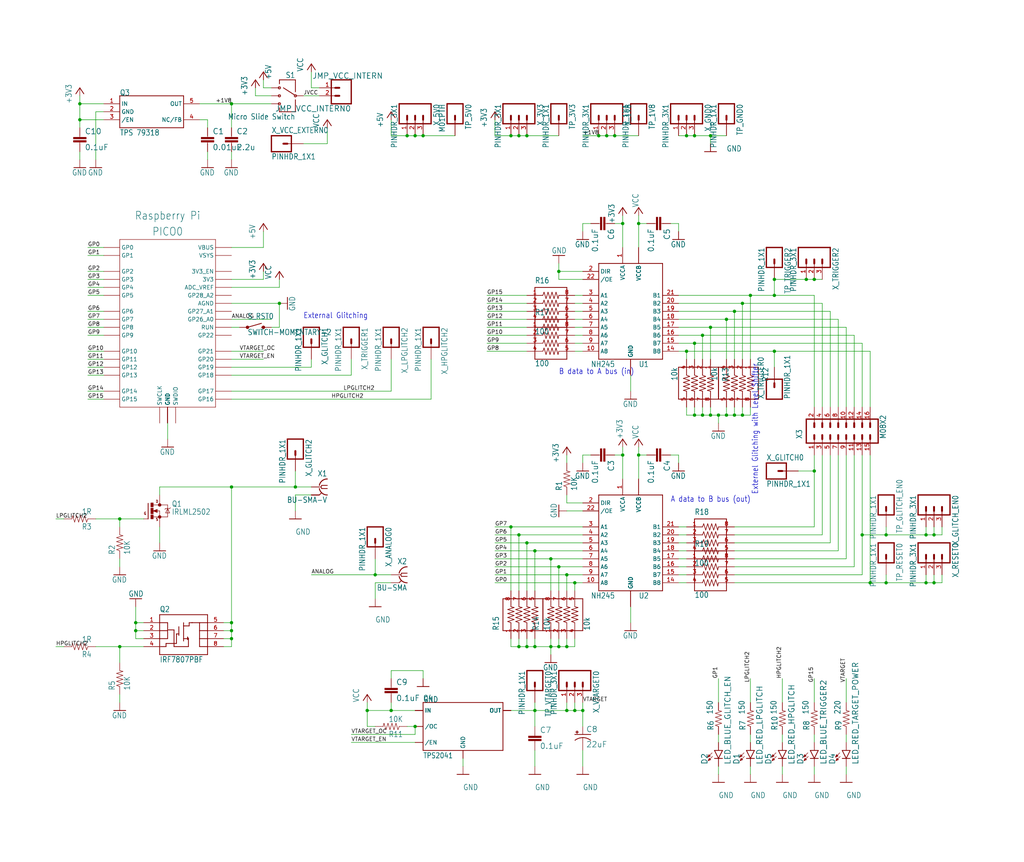
<source format=kicad_sch>
(kicad_sch (version 20231120) (generator "eeschema") (generator_version "8.0")
  (paper "User" 325.831 274.218)
  (junction (at 38.1 165.1))
  (junction (at 246.38 93.98))
  (junction (at 226.06 43.18))
  (junction (at 297.18 185.42))
  (junction (at 236.22 96.52))
  (junction (at 170.18 205.74))
  (junction (at 223.52 132.08))
  (junction (at 223.52 106.68))
  (junction (at 220.98 132.08))
  (junction (at 182.88 226.06))
  (junction (at 233.68 132.08))
  (junction (at 165.1 170.18))
  (junction (at 274.32 170.18))
  (junction (at 177.8 180.34))
  (junction (at 220.98 109.22))
  (junction (at 195.58 43.18))
  (junction (at 167.64 172.72))
  (junction (at 88.9 96.52))
  (junction (at 233.68 99.06))
  (junction (at 238.76 93.98))
  (junction (at 198.12 144.78))
  (junction (at 25.4 38.1))
  (junction (at 246.38 111.76))
  (junction (at 220.98 43.18))
  (junction (at 246.38 88.9))
  (junction (at 182.88 185.42))
  (junction (at 297.18 170.18))
  (junction (at 294.64 185.42))
  (junction (at 231.14 101.6))
  (junction (at 231.14 132.08))
  (junction (at 43.18 200.66))
  (junction (at 203.2 71.12))
  (junction (at 203.2 144.78))
  (junction (at 134.62 43.18))
  (junction (at 165.1 43.18))
  (junction (at 43.18 198.12))
  (junction (at 226.06 104.14))
  (junction (at 124.46 226.06))
  (junction (at 73.66 203.2))
  (junction (at 185.42 226.06))
  (junction (at 190.5 43.18))
  (junction (at 180.34 205.74))
  (junction (at 294.64 170.18))
  (junction (at 256.54 88.9))
  (junction (at 276.86 185.42))
  (junction (at 132.08 231.14))
  (junction (at 170.18 226.06))
  (junction (at 259.08 88.9))
  (junction (at 198.12 71.12))
  (junction (at 162.56 167.64))
  (junction (at 73.66 200.66))
  (junction (at 281.94 170.18))
  (junction (at 73.66 198.12))
  (junction (at 177.8 205.74))
  (junction (at 218.44 111.76))
  (junction (at 236.22 132.08))
  (junction (at 180.34 226.06))
  (junction (at 119.38 182.88))
  (junction (at 175.26 205.74))
  (junction (at 25.4 33.02))
  (junction (at 38.1 205.74))
  (junction (at 73.66 154.94))
  (junction (at 175.26 177.8))
  (junction (at 281.94 185.42))
  (junction (at 193.04 43.18))
  (junction (at 132.08 43.18))
  (junction (at 165.1 205.74))
  (junction (at 167.64 43.18))
  (junction (at 93.98 154.94))
  (junction (at 218.44 43.18))
  (junction (at 116.84 226.06))
  (junction (at 167.64 205.74))
  (junction (at 259.08 149.86))
  (junction (at 162.56 43.18))
  (junction (at 73.66 33.02))
  (junction (at 180.34 182.88))
  (junction (at 170.18 175.26))
  (junction (at 129.54 43.18))
  (junction (at 228.6 132.08))
  (junction (at 177.8 86.36))
  (junction (at 226.06 132.08))
  (wire (pts (xy 215.9 104.14) (xy 226.06 104.14)) (stroke (width 0.1524)))
  (wire (pts (xy 175.26 205.74) (xy 175.26 208.28)) (stroke (width 0.1524)))
  (wire (pts (xy 264.16 129.54) (xy 264.16 99.06)) (stroke (width 0.1524)))
  (wire (pts (xy 215.9 180.34) (xy 218.44 180.34)) (stroke (width 0.1524)))
  (wire (pts (xy 223.52 114.3) (xy 223.52 106.68)) (stroke (width 0.1524)))
  (wire (pts (xy 129.54 43.18) (xy 124.46 43.18)) (stroke (width 0.1524)))
  (wire (pts (xy 33.02 81.28) (xy 27.94 81.28)) (stroke (width 0.1524)))
  (wire (pts (xy 33.02 93.98) (xy 27.94 93.98)) (stroke (width 0.1524)))
  (wire (pts (xy 203.2 142.24) (xy 203.2 144.78)) (stroke (width 0.1524)))
  (wire (pts (xy 124.46 215.9) (xy 124.46 213.36)) (stroke (width 0.1524)))
  (wire (pts (xy 185.42 88.9) (xy 177.8 88.9)) (stroke (width 0.1524)))
  (wire (pts (xy 195.58 144.78) (xy 198.12 144.78)) (stroke (width 0.1524)))
  (wire (pts (xy 132.08 236.22) (xy 111.76 236.22)) (stroke (width 0.1524)))
  (wire (pts (xy 281.94 170.18) (xy 274.32 170.18)) (stroke (width 0.1524)))
  (wire (pts (xy 99.06 116.84) (xy 99.06 114.3)) (stroke (width 0.1524)))
  (wire (pts (xy 124.46 124.46) (xy 124.46 114.3)) (stroke (width 0.1524)))
  (wire (pts (xy 73.66 127) (xy 137.16 127)) (stroke (width 0.1524)))
  (wire (pts (xy 246.38 88.9) (xy 246.38 93.98)) (stroke (width 0.1524)))
  (wire (pts (xy 180.34 226.06) (xy 182.88 226.06)) (stroke (width 0.1524)))
  (wire (pts (xy 73.66 101.6) (xy 86.36 101.6)) (stroke (width 0.1524)))
  (wire (pts (xy 246.38 111.76) (xy 276.86 111.76)) (stroke (width 0.1524)))
  (wire (pts (xy 86.36 27.94) (xy 83.82 27.94)) (stroke (width 0.1524)))
  (wire (pts (xy 73.66 33.02) (xy 86.36 33.02)) (stroke (width 0.1524)))
  (wire (pts (xy 259.08 88.9) (xy 256.54 88.9)) (stroke (width 0.1524)))
  (wire (pts (xy 167.64 96.52) (xy 154.94 96.52)) (stroke (width 0.1524)))
  (wire (pts (xy 215.9 111.76) (xy 218.44 111.76)) (stroke (width 0.1524)))
  (wire (pts (xy 182.88 109.22) (xy 185.42 109.22)) (stroke (width 0.1524)))
  (wire (pts (xy 266.7 175.26) (xy 266.7 144.78)) (stroke (width 0.1524)))
  (wire (pts (xy 259.08 149.86) (xy 259.08 167.64)) (stroke (width 0.1524)))
  (wire (pts (xy 259.08 246.38) (xy 259.08 243.84)) (stroke (width 0.1524)))
  (wire (pts (xy 177.8 180.34) (xy 157.48 180.34)) (stroke (width 0.1524)))
  (wire (pts (xy 38.1 210.82) (xy 38.1 205.74)) (stroke (width 0.1524)))
  (wire (pts (xy 180.34 182.88) (xy 157.48 182.88)) (stroke (width 0.1524)))
  (wire (pts (xy 182.88 187.96) (xy 182.88 185.42)) (stroke (width 0.1524)))
  (wire (pts (xy 281.94 185.42) (xy 281.94 182.88)) (stroke (width 0.1524)))
  (wire (pts (xy 228.6 246.38) (xy 228.6 243.84)) (stroke (width 0.1524)))
  (wire (pts (xy 162.56 43.18) (xy 157.48 43.18)) (stroke (width 0.1524)))
  (wire (pts (xy 271.78 106.68) (xy 223.52 106.68)) (stroke (width 0.1524)))
  (wire (pts (xy 33.02 35.56) (xy 30.48 35.56)) (stroke (width 0.1524)))
  (wire (pts (xy 162.56 187.96) (xy 162.56 167.64)) (stroke (width 0.1524)))
  (wire (pts (xy 215.9 185.42) (xy 218.44 185.42)) (stroke (width 0.1524)))
  (wire (pts (xy 167.64 43.18) (xy 165.1 43.18)) (stroke (width 0.1524)))
  (wire (pts (xy 124.46 38.1) (xy 124.46 43.18)) (stroke (width 0.1524)))
  (wire (pts (xy 185.42 223.52) (xy 185.42 226.06)) (stroke (width 0.1524)))
  (wire (pts (xy 167.64 172.72) (xy 157.48 172.72)) (stroke (width 0.1524)))
  (wire (pts (xy 170.18 205.74) (xy 175.26 205.74)) (stroke (width 0.1524)))
  (wire (pts (xy 170.18 226.06) (xy 170.18 223.52)) (stroke (width 0.1524)))
  (wire (pts (xy 223.52 132.08) (xy 226.06 132.08)) (stroke (width 0.1524)))
  (wire (pts (xy 185.42 162.56) (xy 180.34 162.56)) (stroke (width 0.1524)))
  (wire (pts (xy 119.38 185.42) (xy 119.38 190.5)) (stroke (width 0.1524)))
  (wire (pts (xy 233.68 132.08) (xy 236.22 132.08)) (stroke (width 0.1524)))
  (wire (pts (xy 180.34 187.96) (xy 180.34 182.88)) (stroke (width 0.1524)))
  (wire (pts (xy 182.88 223.52) (xy 182.88 226.06)) (stroke (width 0.1524)))
  (wire (pts (xy 233.68 180.34) (xy 271.78 180.34)) (stroke (width 0.1524)))
  (wire (pts (xy 259.08 129.54) (xy 259.08 93.98)) (stroke (width 0.1524)))
  (wire (pts (xy 193.04 43.18) (xy 190.5 43.18)) (stroke (width 0.1524)))
  (wire (pts (xy 167.64 101.6) (xy 154.94 101.6)) (stroke (width 0.1524)))
  (wire (pts (xy 205.74 71.12) (xy 203.2 71.12)) (stroke (width 0.1524)))
  (wire (pts (xy 73.66 88.9) (xy 83.82 88.9)) (stroke (width 0.1524)))
  (wire (pts (xy 147.32 243.84) (xy 147.32 241.3)) (stroke (width 0.1524)))
  (wire (pts (xy 38.1 167.64) (xy 38.1 165.1)) (stroke (width 0.1524)))
  (wire (pts (xy 195.58 71.12) (xy 198.12 71.12)) (stroke (width 0.1524)))
  (wire (pts (xy 38.1 205.74) (xy 30.48 205.74)) (stroke (width 0.1524)))
  (wire (pts (xy 215.9 101.6) (xy 231.14 101.6)) (stroke (width 0.1524)))
  (wire (pts (xy 276.86 185.42) (xy 276.86 144.78)) (stroke (width 0.1524)))
  (wire (pts (xy 297.18 182.88) (xy 297.18 185.42)) (stroke (width 0.1524)))
  (wire (pts (xy 215.9 177.8) (xy 218.44 177.8)) (stroke (width 0.1524)))
  (wire (pts (xy 129.54 231.14) (xy 132.08 231.14)) (stroke (width 0.1524)))
  (wire (pts (xy 182.88 93.98) (xy 185.42 93.98)) (stroke (width 0.1524)))
  (wire (pts (xy 299.72 170.18) (xy 297.18 170.18)) (stroke (width 0.1524)))
  (wire (pts (xy 116.84 226.06) (xy 116.84 223.52)) (stroke (width 0.1524)))
  (wire (pts (xy 182.88 226.06) (xy 185.42 226.06)) (stroke (width 0.1524)))
  (wire (pts (xy 182.88 99.06) (xy 185.42 99.06)) (stroke (width 0.1524)))
  (wire (pts (xy 185.42 160.02) (xy 180.34 160.02)) (stroke (width 0.1524)))
  (wire (pts (xy 195.58 43.18) (xy 193.04 43.18)) (stroke (width 0.1524)))
  (wire (pts (xy 215.9 106.68) (xy 223.52 106.68)) (stroke (width 0.1524)))
  (wire (pts (xy 175.26 177.8) (xy 185.42 177.8)) (stroke (width 0.1524)))
  (wire (pts (xy 81.28 30.48) (xy 81.28 27.94)) (stroke (width 0.1524)))
  (wire (pts (xy 124.46 185.42) (xy 119.38 185.42)) (stroke (width 0.1524)))
  (wire (pts (xy 215.9 170.18) (xy 218.44 170.18)) (stroke (width 0.1524)))
  (wire (pts (xy 134.62 43.18) (xy 132.08 43.18)) (stroke (width 0.1524)))
  (wire (pts (xy 269.24 129.54) (xy 269.24 104.14)) (stroke (width 0.1524)))
  (wire (pts (xy 276.86 111.76) (xy 276.86 129.54)) (stroke (width 0.1524)))
  (wire (pts (xy 71.12 200.66) (xy 73.66 200.66)) (stroke (width 0.1524)))
  (wire (pts (xy 86.36 30.48) (xy 81.28 30.48)) (stroke (width 0.1524)))
  (wire (pts (xy 124.46 223.52) (xy 124.46 226.06)) (stroke (width 0.1524)))
  (wire (pts (xy 167.64 93.98) (xy 154.94 93.98)) (stroke (width 0.1524)))
  (wire (pts (xy 182.88 96.52) (xy 185.42 96.52)) (stroke (width 0.1524)))
  (wire (pts (xy 38.1 223.52) (xy 38.1 220.98)) (stroke (width 0.1524)))
  (wire (pts (xy 88.9 104.14) (xy 88.9 96.52)) (stroke (width 0.1524)))
  (wire (pts (xy 231.14 132.08) (xy 233.68 132.08)) (stroke (width 0.1524)))
  (wire (pts (xy 73.66 205.74) (xy 73.66 203.2)) (stroke (width 0.1524)))
  (wire (pts (xy 218.44 114.3) (xy 218.44 111.76)) (stroke (width 0.1524)))
  (wire (pts (xy 203.2 43.18) (xy 195.58 43.18)) (stroke (width 0.1524)))
  (wire (pts (xy 269.24 236.22) (xy 269.24 233.68)) (stroke (width 0.1524)))
  (wire (pts (xy 167.64 106.68) (xy 154.94 106.68)) (stroke (width 0.1524)))
  (wire (pts (xy 73.66 78.74) (xy 83.82 78.74)) (stroke (width 0.1524)))
  (wire (pts (xy 220.98 132.08) (xy 223.52 132.08)) (stroke (width 0.1524)))
  (wire (pts (xy 25.4 48.26) (xy 25.4 50.8)) (stroke (width 0.1524)))
  (wire (pts (xy 236.22 132.08) (xy 238.76 132.08)) (stroke (width 0.1524)))
  (wire (pts (xy 180.34 182.88) (xy 185.42 182.88)) (stroke (width 0.1524)))
  (wire (pts (xy 167.64 203.2) (xy 167.64 205.74)) (stroke (width 0.1524)))
  (wire (pts (xy 50.8 157.48) (xy 50.8 154.94)) (stroke (width 0.1524)))
  (wire (pts (xy 233.68 185.42) (xy 276.86 185.42)) (stroke (width 0.1524)))
  (wire (pts (xy 223.52 129.54) (xy 223.52 132.08)) (stroke (width 0.1524)))
  (wire (pts (xy 264.16 172.72) (xy 264.16 144.78)) (stroke (width 0.1524)))
  (wire (pts (xy 226.06 43.18) (xy 226.06 45.72)) (stroke (width 0.1524)))
  (wire (pts (xy 274.32 129.54) (xy 274.32 109.22)) (stroke (width 0.1524)))
  (wire (pts (xy 266.7 101.6) (xy 231.14 101.6)) (stroke (width 0.1524)))
  (wire (pts (xy 177.8 88.9) (xy 177.8 86.36)) (stroke (width 0.1524)))
  (wire (pts (xy 165.1 203.2) (xy 165.1 205.74)) (stroke (width 0.1524)))
  (wire (pts (xy 167.64 43.18) (xy 177.8 43.18)) (stroke (width 0.1524)))
  (wire (pts (xy 73.66 91.44) (xy 88.9 91.44)) (stroke (width 0.1524)))
  (wire (pts (xy 233.68 177.8) (xy 269.24 177.8)) (stroke (width 0.1524)))
  (wire (pts (xy 182.88 101.6) (xy 185.42 101.6)) (stroke (width 0.1524)))
  (wire (pts (xy 218.44 43.18) (xy 220.98 43.18)) (stroke (width 0.1524)))
  (wire (pts (xy 231.14 114.3) (xy 231.14 101.6)) (stroke (width 0.1524)))
  (wire (pts (xy 233.68 175.26) (xy 266.7 175.26)) (stroke (width 0.1524)))
  (wire (pts (xy 30.48 165.1) (xy 38.1 165.1)) (stroke (width 0.1524)))
  (wire (pts (xy 238.76 93.98) (xy 246.38 93.98)) (stroke (width 0.1524)))
  (wire (pts (xy 165.1 205.74) (xy 167.64 205.74)) (stroke (width 0.1524)))
  (wire (pts (xy 170.18 203.2) (xy 170.18 205.74)) (stroke (width 0.1524)))
  (wire (pts (xy 185.42 238.76) (xy 185.42 243.84)) (stroke (width 0.1524)))
  (wire (pts (xy 261.62 96.52) (xy 236.22 96.52)) (stroke (width 0.1524)))
  (wire (pts (xy 203.2 68.58) (xy 203.2 71.12)) (stroke (width 0.1524)))
  (wire (pts (xy 33.02 106.68) (xy 27.94 106.68)) (stroke (width 0.1524)))
  (wire (pts (xy 299.72 182.88) (xy 299.72 185.42)) (stroke (width 0.1524)))
  (wire (pts (xy 233.68 182.88) (xy 274.32 182.88)) (stroke (width 0.1524)))
  (wire (pts (xy 218.44 129.54) (xy 218.44 132.08)) (stroke (width 0.1524)))
  (wire (pts (xy 297.18 167.64) (xy 297.18 170.18)) (stroke (width 0.1524)))
  (wire (pts (xy 248.92 236.22) (xy 248.92 233.68)) (stroke (width 0.1524)))
  (wire (pts (xy 259.08 144.78) (xy 259.08 149.86)) (stroke (width 0.1524)))
  (wire (pts (xy 165.1 43.18) (xy 162.56 43.18)) (stroke (width 0.1524)))
  (wire (pts (xy 71.12 205.74) (xy 73.66 205.74)) (stroke (width 0.1524)))
  (wire (pts (xy 200.66 193.04) (xy 200.66 198.12)) (stroke (width 0.1524)))
  (wire (pts (xy 33.02 119.38) (xy 27.94 119.38)) (stroke (width 0.1524)))
  (wire (pts (xy 170.18 175.26) (xy 185.42 175.26)) (stroke (width 0.1524)))
  (wire (pts (xy 180.34 144.78) (xy 180.34 147.32)) (stroke (width 0.1524)))
  (wire (pts (xy 271.78 129.54) (xy 271.78 106.68)) (stroke (width 0.1524)))
  (wire (pts (xy 203.2 144.78) (xy 203.2 152.4)) (stroke (width 0.1524)))
  (wire (pts (xy 73.66 114.3) (xy 83.82 114.3)) (stroke (width 0.1524)))
  (wire (pts (xy 66.04 48.26) (xy 66.04 50.8)) (stroke (width 0.1524)))
  (wire (pts (xy 198.12 144.78) (xy 198.12 152.4)) (stroke (width 0.1524)))
  (wire (pts (xy 220.98 43.18) (xy 226.06 43.18)) (stroke (width 0.1524)))
  (wire (pts (xy 144.78 43.18) (xy 134.62 43.18)) (stroke (width 0.1524)))
  (wire (pts (xy 93.98 154.94) (xy 99.06 154.94)) (stroke (width 0.1524)))
  (wire (pts (xy 71.12 203.2) (xy 73.66 203.2)) (stroke (width 0.1524)))
  (wire (pts (xy 170.18 238.76) (xy 170.18 243.84)) (stroke (width 0.1524)))
  (wire (pts (xy 175.26 205.74) (xy 177.8 205.74)) (stroke (width 0.1524)))
  (wire (pts (xy 45.72 198.12) (xy 43.18 198.12)) (stroke (width 0.1524)))
  (wire (pts (xy 73.66 48.26) (xy 73.66 50.8)) (stroke (width 0.1524)))
  (wire (pts (xy 45.72 203.2) (xy 43.18 203.2)) (stroke (width 0.1524)))
  (wire (pts (xy 228.6 223.52) (xy 228.6 215.9)) (stroke (width 0.1524)))
  (wire (pts (xy 294.64 167.64) (xy 294.64 170.18)) (stroke (width 0.1524)))
  (wire (pts (xy 177.8 203.2) (xy 177.8 205.74)) (stroke (width 0.1524)))
  (wire (pts (xy 33.02 99.06) (xy 27.94 99.06)) (stroke (width 0.1524)))
  (wire (pts (xy 132.08 226.06) (xy 124.46 226.06)) (stroke (width 0.1524)))
  (wire (pts (xy 33.02 86.36) (xy 27.94 86.36)) (stroke (width 0.1524)))
  (wire (pts (xy 238.76 246.38) (xy 238.76 243.84)) (stroke (width 0.1524)))
  (wire (pts (xy 33.02 91.44) (xy 27.94 91.44)) (stroke (width 0.1524)))
  (wire (pts (xy 259.08 93.98) (xy 246.38 93.98)) (stroke (width 0.1524)))
  (wire (pts (xy 256.54 88.9) (xy 246.38 88.9)) (stroke (width 0.1524)))
  (wire (pts (xy 261.62 170.18) (xy 261.62 144.78)) (stroke (width 0.1524)))
  (wire (pts (xy 231.14 43.18) (xy 226.06 43.18)) (stroke (width 0.1524)))
  (wire (pts (xy 271.78 180.34) (xy 271.78 144.78)) (stroke (width 0.1524)))
  (wire (pts (xy 170.18 231.14) (xy 170.18 226.06)) (stroke (width 0.1524)))
  (wire (pts (xy 175.26 177.8) (xy 157.48 177.8)) (stroke (width 0.1524)))
  (wire (pts (xy 73.66 154.94) (xy 93.98 154.94)) (stroke (width 0.1524)))
  (wire (pts (xy 33.02 78.74) (xy 27.94 78.74)) (stroke (width 0.1524)))
  (wire (pts (xy 165.1 187.96) (xy 165.1 170.18)) (stroke (width 0.1524)))
  (wire (pts (xy 30.48 35.56) (xy 30.48 50.8)) (stroke (width 0.1524)))
  (wire (pts (xy 71.12 198.12) (xy 73.66 198.12)) (stroke (width 0.1524)))
  (wire (pts (xy 165.1 170.18) (xy 185.42 170.18)) (stroke (width 0.1524)))
  (wire (pts (xy 215.9 182.88) (xy 218.44 182.88)) (stroke (width 0.1524)))
  (wire (pts (xy 167.64 104.14) (xy 154.94 104.14)) (stroke (width 0.1524)))
  (wire (pts (xy 119.38 177.8) (xy 119.38 182.88)) (stroke (width 0.1524)))
  (wire (pts (xy 162.56 167.64) (xy 157.48 167.64)) (stroke (width 0.1524)))
  (wire (pts (xy 233.68 114.3) (xy 233.68 99.06)) (stroke (width 0.1524)))
  (wire (pts (xy 220.98 129.54) (xy 220.98 132.08)) (stroke (width 0.1524)))
  (wire (pts (xy 259.08 236.22) (xy 259.08 233.68)) (stroke (width 0.1524)))
  (wire (pts (xy 38.1 177.8) (xy 38.1 180.34)) (stroke (width 0.1524)))
  (wire (pts (xy 73.66 116.84) (xy 99.06 116.84)) (stroke (width 0.1524)))
  (wire (pts (xy 124.46 226.06) (xy 116.84 226.06)) (stroke (width 0.1524)))
  (wire (pts (xy 182.88 106.68) (xy 185.42 106.68)) (stroke (width 0.1524)))
  (wire (pts (xy 66.04 38.1) (xy 63.5 38.1)) (stroke (width 0.1524)))
  (wire (pts (xy 43.18 203.2) (xy 43.18 200.66)) (stroke (width 0.1524)))
  (wire (pts (xy 238.76 223.52) (xy 238.76 215.9)) (stroke (width 0.1524)))
  (wire (pts (xy 180.34 223.52) (xy 180.34 226.06)) (stroke (width 0.1524)))
  (wire (pts (xy 45.72 200.66) (xy 43.18 200.66)) (stroke (width 0.1524)))
  (wire (pts (xy 281.94 167.64) (xy 281.94 170.18)) (stroke (width 0.1524)))
  (wire (pts (xy 185.42 147.32) (xy 185.42 144.78)) (stroke (width 0.1524)))
  (wire (pts (xy 215.9 172.72) (xy 218.44 172.72)) (stroke (width 0.1524)))
  (wire (pts (xy 185.42 226.06) (xy 185.42 231.14)) (stroke (width 0.1524)))
  (wire (pts (xy 248.92 246.38) (xy 248.92 243.84)) (stroke (width 0.1524)))
  (wire (pts (xy 185.42 86.36) (xy 177.8 86.36)) (stroke (width 0.1524)))
  (wire (pts (xy 269.24 177.8) (xy 269.24 144.78)) (stroke (width 0.1524)))
  (wire (pts (xy 228.6 132.08) (xy 231.14 132.08)) (stroke (width 0.1524)))
  (wire (pts (xy 96.52 45.72) (xy 104.14 45.72)) (stroke (width 0.1524)))
  (wire (pts (xy 116.84 231.14) (xy 116.84 226.06)) (stroke (width 0.1524)))
  (wire (pts (xy 93.98 149.86) (xy 93.98 154.94)) (stroke (width 0.1524)))
  (wire (pts (xy 119.38 182.88) (xy 124.46 182.88)) (stroke (width 0.1524)))
  (wire (pts (xy 165.1 170.18) (xy 157.48 170.18)) (stroke (width 0.1524)))
  (wire (pts (xy 134.62 213.36) (xy 134.62 215.9)) (stroke (width 0.1524)))
  (wire (pts (xy 137.16 127) (xy 137.16 114.3)) (stroke (width 0.1524)))
  (wire (pts (xy 254 149.86) (xy 259.08 149.86)) (stroke (width 0.1524)))
  (wire (pts (xy 167.64 205.74) (xy 170.18 205.74)) (stroke (width 0.1524)))
  (wire (pts (xy 33.02 38.1) (xy 25.4 38.1)) (stroke (width 0.1524)))
  (wire (pts (xy 73.66 119.38) (xy 111.76 119.38)) (stroke (width 0.1524)))
  (wire (pts (xy 215.9 93.98) (xy 238.76 93.98)) (stroke (width 0.1524)))
  (wire (pts (xy 233.68 167.64) (xy 259.08 167.64)) (stroke (width 0.1524)))
  (wire (pts (xy 170.18 175.26) (xy 157.48 175.26)) (stroke (width 0.1524)))
  (wire (pts (xy 63.5 33.02) (xy 73.66 33.02)) (stroke (width 0.1524)))
  (wire (pts (xy 182.88 205.74) (xy 182.88 203.2)) (stroke (width 0.1524)))
  (wire (pts (xy 190.5 43.18) (xy 185.42 43.18)) (stroke (width 0.1524)))
  (wire (pts (xy 215.9 99.06) (xy 233.68 99.06)) (stroke (width 0.1524)))
  (wire (pts (xy 269.24 104.14) (xy 226.06 104.14)) (stroke (width 0.1524)))
  (wire (pts (xy 86.36 104.14) (xy 88.9 104.14)) (stroke (width 0.1524)))
  (wire (pts (xy 177.8 180.34) (xy 185.42 180.34)) (stroke (width 0.1524)))
  (wire (pts (xy 294.64 185.42) (xy 281.94 185.42)) (stroke (width 0.1524)))
  (wire (pts (xy 33.02 88.9) (xy 27.94 88.9)) (stroke (width 0.1524)))
  (wire (pts (xy 33.02 104.14) (xy 27.94 104.14)) (stroke (width 0.1524)))
  (wire (pts (xy 66.04 40.64) (xy 66.04 38.1)) (stroke (width 0.1524)))
  (wire (pts (xy 167.64 172.72) (xy 185.42 172.72)) (stroke (width 0.1524)))
  (wire (pts (xy 220.98 114.3) (xy 220.98 109.22)) (stroke (width 0.1524)))
  (wire (pts (xy 274.32 109.22) (xy 220.98 109.22)) (stroke (width 0.1524)))
  (wire (pts (xy 203.2 71.12) (xy 203.2 78.74)) (stroke (width 0.1524)))
  (wire (pts (xy 73.66 203.2) (xy 73.66 200.66)) (stroke (width 0.1524)))
  (wire (pts (xy 99.06 182.88) (xy 119.38 182.88)) (stroke (width 0.1524)))
  (wire (pts (xy 167.64 187.96) (xy 167.64 172.72)) (stroke (width 0.1524)))
  (wire (pts (xy 170.18 187.96) (xy 170.18 175.26)) (stroke (width 0.1524)))
  (wire (pts (xy 261.62 129.54) (xy 261.62 96.52)) (stroke (width 0.1524)))
  (wire (pts (xy 111.76 119.38) (xy 111.76 114.3)) (stroke (width 0.1524)))
  (wire (pts (xy 25.4 38.1) (xy 25.4 33.02)) (stroke (width 0.1524)))
  (wire (pts (xy 215.9 144.78) (xy 215.9 147.32)) (stroke (width 0.1524)))
  (wire (pts (xy 233.68 172.72) (xy 264.16 172.72)) (stroke (width 0.1524)))
  (wire (pts (xy 215.9 96.52) (xy 236.22 96.52)) (stroke (width 0.1524)))
  (wire (pts (xy 180.34 203.2) (xy 180.34 205.74)) (stroke (width 0.1524)))
  (wire (pts (xy 73.66 96.52) (xy 88.9 96.52)) (stroke (width 0.1524)))
  (wire (pts (xy 33.02 101.6) (xy 27.94 101.6)) (stroke (width 0.1524)))
  (wire (pts (xy 218.44 111.76) (xy 246.38 111.76)) (stroke (width 0.1524)))
  (wire (pts (xy 238.76 93.98) (xy 238.76 114.3)) (stroke (width 0.1524)))
  (wire (pts (xy 213.36 144.78) (xy 215.9 144.78)) (stroke (width 0.1524)))
  (wire (pts (xy 124.46 213.36) (xy 134.62 213.36)) (stroke (width 0.1524)))
  (wire (pts (xy 226.06 132.08) (xy 228.6 132.08)) (stroke (width 0.1524)))
  (wire (pts (xy 83.82 88.9) (xy 83.82 86.36)) (stroke (width 0.1524)))
  (wire (pts (xy 180.34 205.74) (xy 182.88 205.74)) (stroke (width 0.1524)))
  (wire (pts (xy 231.14 129.54) (xy 231.14 132.08)) (stroke (width 0.1524)))
  (wire (pts (xy 276.86 185.42) (xy 281.94 185.42)) (stroke (width 0.1524)))
  (wire (pts (xy 269.24 243.84) (xy 269.24 246.38)) (stroke (width 0.1524)))
  (wire (pts (xy 233.68 129.54) (xy 233.68 132.08)) (stroke (width 0.1524)))
  (wire (pts (xy 294.64 170.18) (xy 281.94 170.18)) (stroke (width 0.1524)))
  (wire (pts (xy 215.9 175.26) (xy 218.44 175.26)) (stroke (width 0.1524)))
  (wire (pts (xy 294.64 182.88) (xy 294.64 185.42)) (stroke (width 0.1524)))
  (wire (pts (xy 73.66 124.46) (xy 124.46 124.46)) (stroke (width 0.1524)))
  (wire (pts (xy 228.6 236.22) (xy 228.6 233.68)) (stroke (width 0.1524)))
  (wire (pts (xy 132.08 43.18) (xy 129.54 43.18)) (stroke (width 0.1524)))
  (wire (pts (xy 177.8 205.74) (xy 180.34 205.74)) (stroke (width 0.1524)))
  (wire (pts (xy 157.48 43.18) (xy 157.48 38.1)) (stroke (width 0.1524)))
  (wire (pts (xy 38.1 165.1) (xy 45.72 165.1)) (stroke (width 0.1524)))
  (wire (pts (xy 162.56 167.64) (xy 185.42 167.64)) (stroke (width 0.1524)))
  (wire (pts (xy 167.64 111.76) (xy 154.94 111.76)) (stroke (width 0.1524)))
  (wire (pts (xy 185.42 71.12) (xy 187.96 71.12)) (stroke (width 0.1524)))
  (wire (pts (xy 50.8 154.94) (xy 73.66 154.94)) (stroke (width 0.1524)))
  (wire (pts (xy 246.38 116.84) (xy 246.38 111.76)) (stroke (width 0.1524)))
  (wire (pts (xy 238.76 236.22) (xy 238.76 233.68)) (stroke (width 0.1524)))
  (wire (pts (xy 83.82 27.94) (xy 83.82 25.4)) (stroke (width 0.1524)))
  (wire (pts (xy 218.44 132.08) (xy 220.98 132.08)) (stroke (width 0.1524)))
  (wire (pts (xy 215.9 109.22) (xy 220.98 109.22)) (stroke (width 0.1524)))
  (wire (pts (xy 50.8 167.64) (xy 50.8 172.72)) (stroke (width 0.1524)))
  (wire (pts (xy 101.6 27.94) (xy 99.06 27.94)) (stroke (width 0.1524)))
  (wire (pts (xy 33.02 33.02) (xy 25.4 33.02)) (stroke (width 0.1524)))
  (wire (pts (xy 200.66 119.38) (xy 200.66 124.46)) (stroke (width 0.1524)))
  (wire (pts (xy 33.02 127) (xy 27.94 127)) (stroke (width 0.1524)))
  (wire (pts (xy 205.74 144.78) (xy 203.2 144.78)) (stroke (width 0.1524)))
  (wire (pts (xy 215.9 43.18) (xy 218.44 43.18)) (stroke (width 0.1524)))
  (wire (pts (xy 167.64 109.22) (xy 154.94 109.22)) (stroke (width 0.1524)))
  (wire (pts (xy 162.56 226.06) (xy 170.18 226.06)) (stroke (width 0.1524)))
  (wire (pts (xy 264.16 99.06) (xy 233.68 99.06)) (stroke (width 0.1524)))
  (wire (pts (xy 73.66 104.14) (xy 76.2 104.14)) (stroke (width 0.1524)))
  (wire (pts (xy 182.88 185.42) (xy 157.48 185.42)) (stroke (width 0.1524)))
  (wire (pts (xy 101.6 30.48) (xy 96.52 30.48)) (stroke (width 0.1524)))
  (wire (pts (xy 33.02 111.76) (xy 27.94 111.76)) (stroke (width 0.1524)))
  (wire (pts (xy 20.32 205.74) (xy 17.78 205.74)) (stroke (width 0.1524)))
  (wire (pts (xy 238.76 132.08) (xy 238.76 129.54)) (stroke (width 0.1524)))
  (wire (pts (xy 274.32 182.88) (xy 274.32 170.18)) (stroke (width 0.1524)))
  (wire (pts (xy 198.12 144.78) (xy 198.12 142.24)) (stroke (width 0.1524)))
  (wire (pts (xy 182.88 104.14) (xy 185.42 104.14)) (stroke (width 0.1524)))
  (wire (pts (xy 182.88 185.42) (xy 185.42 185.42)) (stroke (width 0.1524)))
  (wire (pts (xy 99.06 27.94) (xy 99.06 22.86)) (stroke (width 0.1524)))
  (wire (pts (xy 180.34 160.02) (xy 180.34 157.48)) (stroke (width 0.1524)))
  (wire (pts (xy 99.06 157.48) (xy 93.98 157.48)) (stroke (width 0.1524)))
  (wire (pts (xy 236.22 114.3) (xy 236.22 96.52)) (stroke (width 0.1524)))
  (wire (pts (xy 73.66 111.76) (xy 83.82 111.76)) (stroke (width 0.1524)))
  (wire (pts (xy 53.34 139.7) (xy 53.34 134.62)) (stroke (width 0.1524)))
  (wire (pts (xy 132.08 233.68) (xy 111.76 233.68)) (stroke (width 0.1524)))
  (wire (pts (xy 177.8 187.96) (xy 177.8 180.34)) (stroke (width 0.1524)))
  (wire (pts (xy 185.42 144.78) (xy 187.96 144.78)) (stroke (width 0.1524)))
  (wire (pts (xy 198.12 71.12) (xy 198.12 78.74)) (stroke (width 0.1524)))
  (wire (pts (xy 261.62 88.9) (xy 259.08 88.9)) (stroke (width 0.1524)))
  (wire (pts (xy 297.18 185.42) (xy 294.64 185.42)) (stroke (width 0.1524)))
  (wire (pts (xy 226.06 114.3) (xy 226.06 104.14)) (stroke (width 0.1524)))
  (wire (pts (xy 233.68 170.18) (xy 261.62 170.18)) (stroke (width 0.1524)))
  (wire (pts (xy 269.24 223.52) (xy 269.24 215.9)) (stroke (width 0.1524)))
  (wire (pts (xy 228.6 134.62) (xy 228.6 132.08)) (stroke (width 0.1524)))
  (wire (pts (xy 73.66 198.12) (xy 73.66 154.94)) (stroke (width 0.1524)))
  (wire (pts (xy 33.02 124.46) (xy 27.94 124.46)) (stroke (width 0.1524)))
  (wire (pts (xy 198.12 71.12) (xy 198.12 68.58)) (stroke (width 0.1524)))
  (wire (pts (xy 119.38 231.14) (xy 116.84 231.14)) (stroke (width 0.1524)))
  (wire (pts (xy 177.8 86.36) (xy 177.8 83.82)) (stroke (width 0.1524)))
  (wire (pts (xy 182.88 111.76) (xy 185.42 111.76)) (stroke (width 0.1524)))
  (wire (pts (xy 185.42 73.66) (xy 185.42 71.12)) (stroke (width 0.1524)))
  (wire (pts (xy 88.9 91.44) (xy 88.9 88.9)) (stroke (width 0.1524)))
  (wire (pts (xy 299.72 185.42) (xy 297.18 185.42)) (stroke (width 0.1524)))
  (wire (pts (xy 43.18 200.66) (xy 43.18 198.12)) (stroke (width 0.1524)))
  (wire (pts (xy 213.36 71.12) (xy 215.9 71.12)) (stroke (width 0.1524)))
  (wire (pts (xy 73.66 40.64) (xy 73.66 33.02)) (stroke (width 0.1524)))
  (wire (pts (xy 226.06 129.54) (xy 226.06 132.08)) (stroke (width 0.1524)))
  (wire (pts (xy 236.22 129.54) (xy 236.22 132.08)) (stroke (width 0.1524)))
  (wire (pts (xy 73.66 200.66) (xy 73.66 198.12)) (stroke (width 0.1524)))
  (wire (pts (xy 259.08 223.52) (xy 259.08 215.9)) (stroke (width 0.1524)))
  (wire (pts (xy 175.26 187.96) (xy 175.26 177.8)) (stroke (width 0.1524)))
  (wire (pts (xy 167.64 99.06) (xy 154.94 99.06)) (stroke (width 0.1524)))
  (wire (pts (xy 297.18 170.18) (xy 294.64 170.18)) (stroke (width 0.1524)))
  (wire (pts (xy 299.72 167.64) (xy 299.72 170.18)) (stroke (width 0.1524)))
  (wire (pts (xy 266.7 129.54) (xy 266.7 101.6)) (stroke (width 0.1524)))
  (wire (pts (xy 170.18 226.06) (xy 180.34 226.06)) (stroke (width 0.1524)))
  (wire (pts (xy 274.32 170.18) (xy 274.32 144.78)) (stroke (width 0.1524)))
  (wire (pts (xy 215.9 167.64) (xy 218.44 167.64)) (stroke (width 0.1524)))
  (wire (pts (xy 132.08 231.14) (xy 132.08 233.68)) (stroke (width 0.1524)))
  (wire (pts (xy 104.14 45.72) (xy 104.14 40.64)) (stroke (width 0.1524)))
  (wire (pts (xy 20.32 165.1) (xy 17.78 165.1)) (stroke (width 0.1524)))
  (wire (pts (xy 175.26 203.2) (xy 175.26 205.74)) (stroke (width 0.1524)))
  (wire (pts (xy 45.72 205.74) (xy 38.1 205.74)) (stroke (width 0.1524)))
  (wire (pts (xy 162.56 203.2) (xy 162.56 205.74)) (stroke (width 0.1524)))
  (wire (pts (xy 215.9 71.12) (xy 215.9 73.66)) (stroke (width 0.1524)))
  (wire (pts (xy 33.02 114.3) (xy 27.94 114.3)) (stroke (width 0.1524)))
  (wire (pts (xy 83.82 78.74) (xy 83.82 73.66)) (stroke (width 0.1524)))
  (wire (pts (xy 43.18 198.12) (xy 43.18 193.04)) (stroke (width 0.1524)))
  (wire (pts (xy 248.92 223.52) (xy 248.92 215.9)) (stroke (width 0.1524)))
  (wire (pts (xy 25.4 40.64) (xy 25.4 38.1)) (stroke (width 0.1524)))
  (wire (pts (xy 162.56 205.74) (xy 165.1 205.74)) (stroke (width 0.1524)))
  (wire (pts (xy 93.98 157.48) (xy 93.98 162.56)) (stroke (width 0.1524)))
  (wire (pts (xy 25.4 33.02) (xy 25.4 30.48)) (stroke (width 0.1524)))
  (wire (pts (xy 33.02 116.84) (xy 27.94 116.84)) (stroke (width 0.1524)))
  (text "A data to B bus (out)" (at 213.36 160.02 0) (effects (font (size 1.778 1.5113)) (justify left bottom)))
  (text "External Glitching" (at 96.52 101.6 0) (effects (font (size 1.778 1.5113)) (justify left bottom)))
  (text "Externel Glitching with Level Shifter" (at 241.3 157.48 90) (effects (font (size 1.778 1.5113)) (justify left bottom)))
  (text "B data to A bus (in)" (at 177.8 119.38 0) (effects (font (size 1.778 1.5113)) (justify left bottom)))
  (label "GP13" (at 27.94 119.38 0) (effects (font (size 1.2446 1.2446))))
  (label "GP3" (at 27.94 88.9 0) (effects (font (size 1.2446 1.2446))))
  (label "+1V8" (at 185.42 43.18 0) (effects (font (size 1.2446 1.2446))))
  (label "GP9" (at 27.94 106.68 0) (effects (font (size 1.2446 1.2446))))
  (label "GP5" (at 157.48 172.72 0) (effects (font (size 1.2446 1.2446))))
  (label "VTARGET_OC" (at 111.76 233.68 0) (effects (font (size 1.2446 1.2446))))
  (label "GP0" (at 27.94 78.74 0) (effects (font (size 1.2446 1.2446))))
  (label "GP1" (at 27.94 81.28 0) (effects (font (size 1.2446 1.2446))))
  (label "LPGLITCH2" (at 109.22 124.46 0) (effects (font (size 1.2446 1.2446))))
  (label "VTARGET_OC" (at 76.2 111.76 0) (effects (font (size 1.2446 1.2446))))
  (label "VTARGET_EN" (at 111.76 236.22 0) (effects (font (size 1.2446 1.2446))))
  (label "GP1" (at 228.6 215.9 90) (effects (font (size 1.2446 1.2446))))
  (label "HPGLITCH2" (at 17.78 205.74 0) (effects (font (size 1.2446 1.2446))))
  (label "GP15" (at 259.08 217.17 90) (effects (font (size 1.2446 1.2446))))
  (label "GP4" (at 157.48 175.26 0) (effects (font (size 1.2446 1.2446))))
  (label "GP11" (at 154.94 104.14 0) (effects (font (size 1.2446 1.2446))))
  (label "VTARGET_EN" (at 76.2 114.3 0) (effects (font (size 1.2446 1.2446))))
  (label "GP7" (at 27.94 101.6 0) (effects (font (size 1.2446 1.2446))))
  (label "GP15" (at 27.94 127 0) (effects (font (size 1.2446 1.2446))))
  (label "ANALOG" (at 99.06 182.88 0) (effects (font (size 1.2446 1.2446))))
  (label "VTARGET" (at 269.24 217.17 90) (effects (font (size 1.2446 1.2446))))
  (label "GP9" (at 154.94 109.22 0) (effects (font (size 1.2446 1.2446))))
  (label "GP2" (at 157.48 180.34 0) (effects (font (size 1.2446 1.2446))))
  (label "HPGLITCH2" (at 248.92 215.9 90) (effects (font (size 1.2446 1.2446))))
  (label "GP13" (at 154.94 99.06 0) (effects (font (size 1.2446 1.2446))))
  (label "GP5" (at 27.94 93.98 0) (effects (font (size 1.2446 1.2446))))
  (label "GP2" (at 27.94 86.36 0) (effects (font (size 1.2446 1.2446))))
  (label "GP8" (at 154.94 111.76 0) (effects (font (size 1.2446 1.2446))))
  (label "JVCC" (at 96.52 30.48 0) (effects (font (size 1.2446 1.2446))))
  (label "GP12" (at 154.94 101.6 0) (effects (font (size 1.2446 1.2446))))
  (label "GP4" (at 27.94 91.44 0) (effects (font (size 1.2446 1.2446))))
  (label "+1V8" (at 68.58 33.02 0) (effects (font (size 1.2446 1.2446))))
  (label "GP10" (at 27.94 111.76 0) (effects (font (size 1.2446 1.2446))))
  (label "LPGLITCH2" (at 238.76 217.17 90) (effects (font (size 1.2446 1.2446))))
  (label "GP3" (at 157.48 177.8 0) (effects (font (size 1.2446 1.2446))))
  (label "GP7" (at 157.48 167.64 0) (effects (font (size 1.2446 1.2446))))
  (label "GP1" (at 157.48 182.88 0) (effects (font (size 1.2446 1.2446))))
  (label "GP12" (at 27.94 116.84 0) (effects (font (size 1.2446 1.2446))))
  (label "VTARGET" (at 185.42 223.52 0) (effects (font (size 1.2446 1.2446))))
  (label "GP0" (at 157.48 185.42 0) (effects (font (size 1.2446 1.2446))))
  (label "GP6" (at 27.94 99.06 0) (effects (font (size 1.2446 1.2446))))
  (label "GP15" (at 154.94 93.98 0) (effects (font (size 1.2446 1.2446))))
  (label "GP11" (at 27.94 114.3 0) (effects (font (size 1.2446 1.2446))))
  (label "GP8" (at 27.94 104.14 0) (effects (font (size 1.2446 1.2446))))
  (label "GP10" (at 154.94 106.68 0) (effects (font (size 1.2446 1.2446))))
  (label "GP14" (at 154.94 96.52 0) (effects (font (size 1.2446 1.2446))))
  (label "GP6" (at 157.48 170.18 0) (effects (font (size 1.2446 1.2446))))
  (label "LPGLITCH2" (at 17.78 165.1 0) (effects (font (size 1.2446 1.2446))))
  (label "GP14" (at 27.94 124.46 0) (effects (font (size 1.2446 1.2446))))
  (label "ANALOG" (at 73.66 101.6 0) (effects (font (size 1.2446 1.2446))))
  (label "HPGLITCH2" (at 105.41 127 0) (effects (font (size 1.2446 1.2446))))
  (symbol (lib_id "pico-glitcher-eagle-import:GND") (at 248.92 248.92 0) (unit 1)
    (property "Reference" "#GND026" (effects (hide yes)))
    (property "Value" "GND" (at 248.92 254 0) (effects (font (size 1.778 1.5113)) (justify left bottom)))
  )
  (symbol (lib_id "pico-glitcher-eagle-import:VCC") (at 99.06 20.32 0) (unit 1)
    (property "Reference" "#P+02" (effects (hide yes)))
    (property "Value" "VCC" (at 96.52 22.86 90) (effects (font (size 1.778 1.5113)) (justify left bottom)))
  )
  (symbol (lib_id "pico-glitcher-eagle-import:M01PTH") (at 281.94 160.02 270) (unit 1)
    (property "Reference" "TP_GLITCH_EN0" (at 285.242 152.4 0) (effects (font (size 1.778 1.5113)) (justify left bottom)))
    (property "Value" "PINHDR_1X1" (at 276.86 157.48 0) (effects (font (size 1.778 1.5113)) (justify left bottom)))
    (property "Footprint" "pico-glitcher:1X01" (effects (hide yes)))
  )
  (symbol (lib_id "pico-glitcher-eagle-import:M03PTH") (at 259.08 81.28 270) (unit 1)
    (property "Reference" "X_TRIGGER2" (at 264.922 78.74 0) (effects (font (size 1.778 1.5113)) (justify left bottom)))
    (property "Value" "PINHDR_3X1" (at 251.46 78.74 0) (effects (font (size 1.778 1.5113)) (justify left bottom)))
    (property "Footprint" "pico-glitcher:1X03" (effects (hide yes)))
  )
  (symbol (lib_id "pico-glitcher-eagle-import:GND") (at 175.26 210.82 0) (unit 1)
    (property "Reference" "#GND016" (effects (hide yes)))
    (property "Value" "GND" (at 172.72 213.36 0) (effects (font (size 1.778 1.5113)) (justify left bottom)))
  )
  (symbol (lib_id "pico-glitcher-eagle-import:GND") (at 269.24 248.92 0) (unit 1)
    (property "Reference" "#GND025" (effects (hide yes)))
    (property "Value" "GND" (at 269.24 254 0) (effects (font (size 1.778 1.5113)) (justify left bottom)))
  )
  (symbol (lib_id "pico-glitcher-eagle-import:GND") (at 185.42 149.86 0) (unit 1)
    (property "Reference" "#GND06" (effects (hide yes)))
    (property "Value" "GND" (at 182.88 152.4 0) (effects (font (size 1.778 1.5113)) (justify left bottom)))
  )
  (symbol (lib_id "pico-glitcher-eagle-import:+3V3") (at 83.82 83.82 0) (unit 1)
    (property "Reference" "#+3V01" (effects (hide yes)))
    (property "Value" "+3V3" (at 81.28 88.9 90) (effects (font (size 1.778 1.5113)) (justify left bottom)))
  )
  (symbol (lib_id "pico-glitcher-eagle-import:GND") (at 185.42 76.2 0) (unit 1)
    (property "Reference" "#GND010" (effects (hide yes)))
    (property "Value" "GND" (at 182.88 78.74 0) (effects (font (size 1.778 1.5113)) (justify left bottom)))
  )
  (symbol (lib_id "pico-glitcher-eagle-import:GND") (at 200.66 200.66 0) (unit 1)
    (property "Reference" "#GND04" (effects (hide yes)))
    (property "Value" "GND" (at 198.12 203.2 0) (effects (font (size 1.778 1.5113)) (justify left bottom)))
  )
  (symbol (lib_id "pico-glitcher-eagle-import:GND") (at 177.8 162.56 270) (unit 1)
    (property "Reference" "#GND05" (effects (hide yes)))
    (property "Value" "GND" (at 175.26 160.02 0) (effects (font (size 1.778 1.5113)) (justify left bottom)))
  )
  (symbol (lib_id "pico-glitcher-eagle-import:GND") (at 43.18 190.5 180) (unit 1)
    (property "Reference" "#GND015" (effects (hide yes)))
    (property "Value" "GND" (at 45.72 187.96 0) (effects (font (size 1.778 1.5113)) (justify left bottom)))
  )
  (symbol (lib_id "pico-glitcher-eagle-import:GND") (at 259.08 248.92 0) (unit 1)
    (property "Reference" "#GND024" (effects (hide yes)))
    (property "Value" "GND" (at 259.08 254 0) (effects (font (size 1.778 1.5113)) (justify left bottom)))
  )
  (symbol (lib_id "pico-glitcher-eagle-import:CAP-0805") (at 73.66 45.72 0) (unit 1)
    (property "Reference" "C2" (at 75.184 42.799 0) (effects (font (size 1.778 1.778)) (justify left bottom)))
    (property "Value" "2.2u" (at 75.184 47.879 0) (effects (font (size 1.778 1.778)) (justify left bottom)))
    (property "Footprint" "pico-glitcher:0805" (effects (hide yes)))
  )
  (symbol (lib_id "pico-glitcher-eagle-import:VCC") (at 116.84 220.98 0) (unit 1)
    (property "Reference" "#P+09" (effects (hide yes)))
    (property "Value" "VCC" (at 114.3 223.52 90) (effects (font (size 1.778 1.5113)) (justify left bottom)))
  )
  (symbol (lib_id "pico-glitcher-eagle-import:GND") (at 228.6 248.92 0) (unit 1)
    (property "Reference" "#GND022" (effects (hide yes)))
    (property "Value" "GND" (at 228.6 254 0) (effects (font (size 1.778 1.5113)) (justify left bottom)))
  )
  (symbol (lib_id "pico-glitcher-eagle-import:M01PTH") (at 246.38 124.46 90) (unit 1)
    (property "Reference" "X_TRIGGER0" (at 243.078 127 0) (effects (font (size 1.778 1.5113)) (justify left bottom)))
    (property "Value" "PINHDR_1X1" (at 251.46 127 0) (effects (font (size 1.778 1.5113)) (justify left bottom)))
    (property "Footprint" "pico-glitcher:1X01" (effects (hide yes)))
  )
  (symbol (lib_id "pico-glitcher-eagle-import:+5V") (at 83.82 71.12 0) (unit 1)
    (property "Reference" "#P+01" (effects (hide yes)))
    (property "Value" "+5V" (at 81.28 76.2 90) (effects (font (size 1.778 1.5113)) (justify left bottom)))
  )
  (symbol (lib_id "pico-glitcher-eagle-import:MOSFET-NCHANNEL-SOIC8") (at 58.42 200.66 0) (unit 1)
    (property "Reference" "Q2" (at 50.8 194.818 0) (effects (font (size 1.778 1.5113)) (justify left bottom)))
    (property "Value" "IRF7807PBF" (at 50.8 210.82 0) (effects (font (size 1.778 1.5113)) (justify left bottom)))
    (property "Footprint" "pico-glitcher:SO08" (effects (hide yes)))
  )
  (symbol (lib_id "pico-glitcher-eagle-import:GND") (at 215.9 149.86 0) (unit 1)
    (property "Reference" "#GND07" (effects (hide yes)))
    (property "Value" "GND" (at 213.36 152.4 0) (effects (font (size 1.778 1.5113)) (justify left bottom)))
  )
  (symbol (lib_id "pico-glitcher-eagle-import:LED0603") (at 238.76 238.76 0) (unit 1)
    (property "Reference" "D1" (at 235.331 243.332 90) (effects (font (size 1.778 1.778)) (justify left bottom)))
    (property "Value" "LED_RED_LPGLITCH" (at 240.665 243.332 90) (effects (font (size 1.778 1.778)) (justify left top)))
    (property "Footprint" "pico-glitcher:LED-0603" (effects (hide yes)))
  )
  (symbol (lib_id "pico-glitcher-eagle-import:GND") (at 91.44 96.52 90) (unit 1)
    (property "Reference" "#GND012" (effects (hide yes)))
    (property "Value" "GND" (at 93.98 99.06 0) (effects (font (size 1.778 1.5113)) (justify left bottom)))
  )
  (symbol (lib_id "pico-glitcher-eagle-import:LED0603") (at 248.92 238.76 0) (unit 1)
    (property "Reference" "D5" (at 245.491 243.332 90) (effects (font (size 1.778 1.778)) (justify left bottom)))
    (property "Value" "LED_RED_HPGLITCH" (at 250.825 243.332 90) (effects (font (size 1.778 1.778)) (justify left top)))
    (property "Footprint" "pico-glitcher:LED-0603" (effects (hide yes)))
  )
  (symbol (lib_id "pico-glitcher-eagle-import:0.1UF-0603-25V-10%-X7R-WE") (at 208.28 71.12 270) (unit 1)
    (property "Reference" "C5" (at 211.201 72.644 0) (effects (font (size 1.778 1.778)) (justify left bottom)))
    (property "Value" "0.1uF" (at 206.121 72.644 0) (effects (font (size 1.778 1.778)) (justify left bottom)))
    (property "Footprint" "pico-glitcher:0603" (effects (hide yes)))
  )
  (symbol (lib_id "pico-glitcher-eagle-import:GND") (at 177.8 81.28 180) (unit 1)
    (property "Reference" "#GND09" (effects (hide yes)))
    (property "Value" "GND" (at 180.34 78.74 0) (effects (font (size 1.778 1.5113)) (justify left bottom)))
  )
  (symbol (lib_id "pico-glitcher-eagle-import:M01PTH") (at 144.78 35.56 270) (unit 1)
    (property "Reference" "TP_5V0" (at 148.082 33.02 0) (effects (font (size 1.778 1.5113)) (justify left bottom)))
    (property "Value" "M01PTH" (at 139.7 33.02 0) (effects (font (size 1.778 1.5113)) (justify left bottom)))
    (property "Footprint" "pico-glitcher:1X01" (effects (hide yes)))
  )
  (symbol (lib_id "pico-glitcher-eagle-import:22UF-POLAR-PANASONIC_C-35V-20%") (at 185.42 233.68 0) (unit 1)
    (property "Reference" "C8" (at 186.436 233.045 0) (effects (font (size 1.778 1.778)) (justify left bottom)))
    (property "Value" "22uF" (at 186.436 237.871 0) (effects (font (size 1.778 1.778)) (justify left bottom)))
    (property "Footprint" "pico-glitcher:PANASONIC_C" (effects (hide yes)))
  )
  (symbol (lib_id "pico-glitcher-eagle-import:TPS769XX") (at 48.26 40.64 0) (unit 1)
    (property "Reference" "Q3" (at 38.1 30.48 0) (effects (font (size 1.778 1.5113)) (justify left bottom)))
    (property "Value" "TPS 79318" (at 38.1 43.18 0) (effects (font (size 1.778 1.5113)) (justify left bottom)))
    (property "Footprint" "pico-glitcher:SOT23-5L" (effects (hide yes)))
  )
  (symbol (lib_id "pico-glitcher-eagle-import:GND") (at 215.9 76.2 0) (unit 1)
    (property "Reference" "#GND011" (effects (hide yes)))
    (property "Value" "GND" (at 213.36 78.74 0) (effects (font (size 1.778 1.5113)) (justify left bottom)))
  )
  (symbol (lib_id "pico-glitcher-eagle-import:M03PTH") (at 297.18 175.26 270) (unit 1)
    (property "Reference" "X_RESET0" (at 303.022 172.72 0) (effects (font (size 1.778 1.5113)) (justify left bottom)))
    (property "Value" "PINHDR_3X1" (at 289.56 172.72 0) (effects (font (size 1.778 1.5113)) (justify left bottom)))
    (property "Footprint" "pico-glitcher:1X03" (effects (hide yes)))
  )
  (symbol (lib_id "pico-glitcher-eagle-import:M01PTH") (at 124.46 106.68 270) (unit 1)
    (property "Reference" "X_LPGLITCH2" (at 127.762 104.14 0) (effects (font (size 1.778 1.5113)) (justify left bottom)))
    (property "Value" "PINHDR_1X1" (at 119.38 104.14 0) (effects (font (size 1.778 1.5113)) (justify left bottom)))
    (property "Footprint" "pico-glitcher:1X01" (effects (hide yes)))
  )
  (symbol (lib_id "pico-glitcher-eagle-import:0.1UF-0603-25V-10%-X7R-WE") (at 190.5 71.12 270) (unit 1)
    (property "Reference" "C6" (at 193.421 72.644 0) (effects (font (size 1.778 1.778)) (justify left bottom)))
    (property "Value" "0.1uF" (at 188.341 72.644 0) (effects (font (size 1.778 1.778)) (justify left bottom)))
    (property "Footprint" "pico-glitcher:0603" (effects (hide yes)))
  )
  (symbol (lib_id "pico-glitcher-eagle-import:0.1UF-0603-25V-10%-X7R-WE") (at 124.46 220.98 0) (unit 1)
    (property "Reference" "C9" (at 125.984 218.059 0) (effects (font (size 1.778 1.778)) (justify left bottom)))
    (property "Value" "0.1uF" (at 125.984 223.139 0) (effects (font (size 1.778 1.778)) (justify left bottom)))
    (property "Footprint" "pico-glitcher:0603" (effects (hide yes)))
  )
  (symbol (lib_id "pico-glitcher-eagle-import:0.1UF-0603-25V-10%-X7R-WE") (at 208.28 144.78 270) (unit 1)
    (property "Reference" "C4" (at 211.201 146.304 0) (effects (font (size 1.778 1.778)) (justify left bottom)))
    (property "Value" "0.1uF" (at 206.121 146.304 0) (effects (font (size 1.778 1.778)) (justify left bottom)))
    (property "Footprint" "pico-glitcher:0603" (effects (hide yes)))
  )
  (symbol (lib_id "pico-glitcher-eagle-import:10KOHM1/10W1%(0603)0603") (at 228.6 228.6 90) (unit 1)
    (property "Reference" "R6" (at 227.1014 232.41 0) (effects (font (size 1.778 1.5113)) (justify left bottom)))
    (property "Value" "150" (at 226.822 227.33 0) (effects (font (size 1.778 1.5113)) (justify left bottom)))
    (property "Footprint" "pico-glitcher:0603-RES" (effects (hide yes)))
  )
  (symbol (lib_id "pico-glitcher-eagle-import:SWITCH-SP3T") (at 91.44 30.48 0) (mirror y) (unit 1)
    (property "Reference" "S1" (at 93.98 24.892 0) (effects (font (size 1.778 1.5113)) (justify left bottom)))
    (property "Value" "Micro Slide Switch" (at 93.98 38.1 0) (effects (font (size 1.778 1.5113)) (justify left bottom)))
    (property "Footprint" "pico-glitcher:SWITCH-SP3T-SMD" (effects (hide yes)))
  )
  (symbol (lib_id "pico-glitcher-eagle-import:LED0603") (at 228.6 238.76 0) (unit 1)
    (property "Reference" "D2" (at 225.171 243.332 90) (effects (font (size 1.778 1.778)) (justify left bottom)))
    (property "Value" "LED_BLUE_GLITCH_EN" (at 230.505 243.332 90) (effects (font (size 1.778 1.778)) (justify left top)))
    (property "Footprint" "pico-glitcher:LED-0603" (effects (hide yes)))
  )
  (symbol (lib_id "pico-glitcher-eagle-import:GND") (at 228.6 137.16 0) (unit 1)
    (property "Reference" "#GND017" (effects (hide yes)))
    (property "Value" "GND" (at 226.06 139.7 0) (effects (font (size 1.778 1.5113)) (justify left bottom)))
  )
  (symbol (lib_id "pico-glitcher-eagle-import:10KOHM1/10W1%(0603)0603") (at 238.76 228.6 90) (unit 1)
    (property "Reference" "R7" (at 237.2614 232.41 0) (effects (font (size 1.778 1.5113)) (justify left bottom)))
    (property "Value" "150" (at 236.982 227.33 0) (effects (font (size 1.778 1.5113)) (justify left bottom)))
    (property "Footprint" "pico-glitcher:0603-RES" (effects (hide yes)))
  )
  (symbol (lib_id "pico-glitcher-eagle-import:GND") (at 93.98 165.1 0) (unit 1)
    (property "Reference" "#GND014" (effects (hide yes)))
    (property "Value" "GND" (at 93.98 170.18 0) (effects (font (size 1.778 1.5113)) (justify left bottom)))
  )
  (symbol (lib_id "pico-glitcher-eagle-import:M03PTH") (at 297.18 160.02 270) (unit 1)
    (property "Reference" "X_GLITCH_EN0" (at 303.022 157.48 0) (effects (font (size 1.778 1.5113)) (justify left bottom)))
    (property "Value" "PINHDR_3X1" (at 289.56 157.48 0) (effects (font (size 1.778 1.5113)) (justify left bottom)))
    (property "Footprint" "pico-glitcher:1X03" (effects (hide yes)))
  )
  (symbol (lib_id "pico-glitcher-eagle-import:10KOHM1/10W1%(0603)0603") (at 25.4 205.74 180) (unit 1)
    (property "Reference" "R4" (at 29.21 207.2386 0) (effects (font (size 1.778 1.5113)) (justify left bottom)))
    (property "Value" "1R" (at 29.21 202.438 0) (effects (font (size 1.778 1.5113)) (justify left bottom)))
    (property "Footprint" "pico-glitcher:0603-RES" (effects (hide yes)))
  )
  (symbol (lib_id "pico-glitcher-eagle-import:GND") (at 200.66 127 0) (unit 1)
    (property "Reference" "#GND08" (effects (hide yes)))
    (property "Value" "GND" (at 198.12 129.54 0) (effects (font (size 1.778 1.5113)) (justify left bottom)))
  )
  (symbol (lib_id "pico-glitcher-eagle-import:M01PTH") (at 99.06 106.68 270) (unit 1)
    (property "Reference" "X_GLITCH1" (at 102.362 104.14 0) (effects (font (size 1.778 1.5113)) (justify left bottom)))
    (property "Value" "PINHDR_1X1" (at 93.98 104.14 0) (effects (font (size 1.778 1.5113)) (justify left bottom)))
    (property "Footprint" "pico-glitcher:1X01" (effects (hide yes)))
  )
  (symbol (lib_id "pico-glitcher-eagle-import:742C083103JP") (at 175.26 106.68 0) (unit 1)
    (property "Reference" "R17" (at 170.18 100.3554 0) (effects (font (size 1.778 1.5113)) (justify left bottom)))
    (property "Value" "100" (at 170.18 116.586 0) (effects (font (size 1.778 1.5113)) (justify left bottom)))
    (property "Footprint" "pico-glitcher:742C083103JP" (effects (hide yes)))
  )
  (symbol (lib_id "pico-glitcher-eagle-import:M01PTH") (at 246.38 149.86 0) (unit 1)
    (property "Reference" "X_GLITCH0" (at 243.84 146.558 0) (effects (font (size 1.778 1.5113)) (justify left bottom)))
    (property "Value" "PINHDR_1X1" (at 243.84 154.94 0) (effects (font (size 1.778 1.5113)) (justify left bottom)))
    (property "Footprint" "pico-glitcher:1X01" (effects (hide yes)))
  )
  (symbol (lib_id "pico-glitcher-eagle-import:GND") (at 30.48 53.34 0) (unit 1)
    (property "Reference" "#GND01" (effects (hide yes)))
    (property "Value" "GND" (at 27.94 55.88 0) (effects (font (size 1.778 1.5113)) (justify left bottom)))
  )
  (symbol (lib_id "pico-glitcher-eagle-import:BU-SMA-V") (at 101.6 154.94 0) (mirror y) (unit 1)
    (property "Reference" "X1" (at 104.14 151.638 0) (effects (font (size 1.778 1.5113)) (justify left bottom)))
    (property "Value" "BU-SMA-V" (at 104.14 160.02 0) (effects (font (size 1.778 1.5113)) (justify left bottom)))
    (property "Footprint" "pico-glitcher:BU-SMA" (effects (hide yes)))
  )
  (symbol (lib_id "pico-glitcher-eagle-import:GND") (at 134.62 218.44 0) (unit 1)
    (property "Reference" "#GND030" (effects (hide yes)))
    (property "Value" "GND" (at 134.62 223.52 0) (effects (font (size 1.778 1.5113)) (justify left bottom)))
  )
  (symbol (lib_id "pico-glitcher-eagle-import:VCC") (at 88.9 86.36 0) (unit 1)
    (property "Reference" "#P+04" (effects (hide yes)))
    (property "Value" "VCC" (at 86.36 88.9 90) (effects (font (size 1.778 1.5113)) (justify left bottom)))
  )
  (symbol (lib_id "pico-glitcher-eagle-import:GND") (at 73.66 53.34 0) (unit 1)
    (property "Reference" "#GND032" (effects (hide yes)))
    (property "Value" "GND" (at 71.12 55.88 0) (effects (font (size 1.778 1.5113)) (justify left bottom)))
  )
  (symbol (lib_id "pico-glitcher-eagle-import:SWITCH-MOMENTARY-2") (at 81.28 104.14 0) (unit 1)
    (property "Reference" "S_RST0" (at 78.74 101.6 0) (effects (font (size 1.778 1.5113)) (justify left bottom)))
    (property "Value" "SWITCH-MOMENTARY-2" (at 78.74 106.68 0) (effects (font (size 1.778 1.5113)) (justify left bottom)))
    (property "Footprint" "pico-glitcher:TACTILE_SWITCH_TALL" (effects (hide yes)))
  )
  (symbol (lib_id "pico-glitcher-eagle-import:GND") (at 38.1 226.06 0) (unit 1)
    (property "Reference" "#GND020" (effects (hide yes)))
    (property "Value" "GND" (at 35.56 228.6 0) (effects (font (size 1.778 1.5113)) (justify left bottom)))
  )
  (symbol (lib_id "pico-glitcher-eagle-import:+3V3") (at 157.48 35.56 0) (unit 1)
    (property "Reference" "#+3V07" (effects (hide yes)))
    (property "Value" "+3V3" (at 154.94 40.64 90) (effects (font (size 1.778 1.5113)) (justify left bottom)))
  )
  (symbol (lib_id "pico-glitcher-eagle-import:M01PTH") (at 203.2 35.56 270) (unit 1)
    (property "Reference" "TP_1V8" (at 206.502 33.02 0) (effects (font (size 1.778 1.5113)) (justify left bottom)))
    (property "Value" "PINHDR_1X1" (at 198.12 33.02 0) (effects (font (size 1.778 1.5113)) (justify left bottom)))
    (property "Footprint" "pico-glitcher:1X01" (effects (hide yes)))
  )
  (symbol (lib_id "pico-glitcher-eagle-import:TPS2041") (at 147.32 228.6 0) (unit 1)
    (property "Reference" "Q4" (at 134.62 223.012 0) (effects (font (size 1.6764 1.4249)) (justify left bottom)))
    (property "Value" "TPS2041" (at 134.62 241.3 0) (effects (font (size 1.6764 1.4249)) (justify left bottom)))
    (property "Footprint" "pico-glitcher:SO08" (effects (hide yes)))
  )
  (symbol (lib_id "pico-glitcher-eagle-import:+5V") (at 124.46 35.56 0) (unit 1)
    (property "Reference" "#P+06" (effects (hide yes)))
    (property "Value" "+5V" (at 121.92 40.64 90) (effects (font (size 1.778 1.5113)) (justify left bottom)))
  )
  (symbol (lib_id "pico-glitcher-eagle-import:0.1UF-0603-25V-10%-X7R-WE") (at 66.04 45.72 0) (unit 1)
    (property "Reference" "C1" (at 67.564 42.799 0) (effects (font (size 1.778 1.778)) (justify left bottom)))
    (property "Value" "0.01uF" (at 67.564 47.879 0) (effects (font (size 1.778 1.778)) (justify left bottom)))
    (property "Footprint" "pico-glitcher:0603" (effects (hide yes)))
  )
  (symbol (lib_id "pico-glitcher-eagle-import:RPI_PICO-SMD") (at 53.34 104.14 0) (unit 1)
    (property "Reference" "PICO0" (at 53.34 73.66 0) (effects (font (size 2.54 2.159))))
    (property "Value" "Raspberry Pi" (at 53.34 68.58 0) (effects (font (size 2.54 2.159))))
    (property "Footprint" "pico-glitcher:RPI_PICO" (effects (hide yes)))
  )
  (symbol (lib_id "pico-glitcher-eagle-import:+3V3") (at 81.28 25.4 0) (unit 1)
    (property "Reference" "#+3V03" (effects (hide yes)))
    (property "Value" "+3V3" (at 78.74 30.48 90) (effects (font (size 1.778 1.5113)) (justify left bottom)))
  )
  (symbol (lib_id "pico-glitcher-eagle-import:VCC") (at 203.2 139.7 0) (unit 1)
    (property "Reference" "#P+05" (effects (hide yes)))
    (property "Value" "VCC" (at 203.2 139.7 90) (effects (font (size 1.778 1.5113)) (justify left bottom)))
  )
  (symbol (lib_id "pico-glitcher-eagle-import:GND") (at 147.32 246.38 0) (unit 1)
    (property "Reference" "#GND027" (effects (hide yes)))
    (property "Value" "GND" (at 147.32 251.46 0) (effects (font (size 1.778 1.5113)) (justify left bottom)))
  )
  (symbol (lib_id "pico-glitcher-eagle-import:LED0603") (at 259.08 238.76 0) (unit 1)
    (property "Reference" "D3" (at 255.651 243.332 90) (effects (font (size 1.778 1.778)) (justify left bottom)))
    (property "Value" "LED_BLUE_TRIGGER2" (at 260.985 243.332 90) (effects (font (size 1.778 1.778)) (justify left top)))
    (property "Footprint" "pico-glitcher:LED-0603" (effects (hide yes)))
  )
  (symbol (lib_id "pico-glitcher-eagle-import:GND") (at 50.8 175.26 0) (unit 1)
    (property "Reference" "#GND019" (effects (hide yes)))
    (property "Value" "GND" (at 48.26 177.8 0) (effects (font (size 1.778 1.5113)) (justify left bottom)))
  )
  (symbol (lib_id "pico-glitcher-eagle-import:CONN_02") (at 109.22 27.94 180) (unit 1)
    (property "Reference" "JMP_VCC_INTERN0" (at 111.76 33.528 0) (effects (font (size 1.778 1.778)) (justify left bottom)))
    (property "Value" "JMP_VCC_INTERN" (at 121.92 23.114 0) (effects (font (size 1.778 1.778)) (justify left bottom)))
    (property "Footprint" "pico-glitcher:1X02" (effects (hide yes)))
  )
  (symbol (lib_id "pico-glitcher-eagle-import:742C083103JP") (at 223.52 121.92 270) (unit 1)
    (property "Reference" "R13" (at 229.8446 116.84 0) (effects (font (size 1.778 1.5113)) (justify left bottom)))
    (property "Value" "10k" (at 213.614 116.84 0) (effects (font (size 1.778 1.5113)) (justify left bottom)))
    (property "Footprint" "pico-glitcher:742C083103JP" (effects (hide yes)))
  )
  (symbol (lib_id "pico-glitcher-eagle-import:M01PTH") (at 281.94 175.26 270) (unit 1)
    (property "Reference" "TP_RESET0" (at 285.242 172.72 0) (effects (font (size 1.778 1.5113)) (justify left bottom)))
    (property "Value" "PINHDR_1X1" (at 276.86 172.72 0) (effects (font (size 1.778 1.5113)) (justify left bottom)))
    (property "Footprint" "pico-glitcher:1X01" (effects (hide yes)))
  )
  (symbol (lib_id "pico-glitcher-eagle-import:10KOHM1/10W1%(0603)0603") (at 124.46 231.14 180) (unit 1)
    (property "Reference" "R11" (at 128.27 232.6386 0) (effects (font (size 1.778 1.5113)) (justify left bottom)))
    (property "Value" "10K" (at 128.27 227.838 0) (effects (font (size 1.778 1.5113)) (justify left bottom)))
    (property "Footprint" "pico-glitcher:0603-RES" (effects (hide yes)))
  )
  (symbol (lib_id "pico-glitcher-eagle-import:742C083103JP") (at 226.06 170.18 0) (unit 1)
    (property "Reference" "R18" (at 220.98 163.8554 0) (effects (font (size 1.778 1.5113)) (justify left bottom)))
    (property "Value" "100" (at 220.98 180.086 0) (effects (font (size 1.778 1.5113)) (justify left bottom)))
    (property "Footprint" "pico-glitcher:742C083103JP" (effects (hide yes)))
  )
  (symbol (lib_id "pico-glitcher-eagle-import:+5V") (at 83.82 22.86 0) (unit 1)
    (property "Reference" "#P+03" (effects (hide yes)))
    (property "Value" "+5V" (at 86.36 25.4 90) (effects (font (size 1.778 1.5113)) (justify left bottom)))
  )
  (symbol (lib_id "pico-glitcher-eagle-import:0.1UF-0603-25V-10%-X7R-WE") (at 170.18 236.22 0) (unit 1)
    (property "Reference" "C7" (at 171.704 233.299 0) (effects (font (size 1.778 1.778)) (justify left bottom)))
    (property "Value" "0.1uF" (at 171.704 238.379 0) (effects (font (size 1.778 1.778)) (justify left bottom)))
    (property "Footprint" "pico-glitcher:0603" (effects (hide yes)))
  )
  (symbol (lib_id "pico-glitcher-eagle-import:VCC") (at 203.2 66.04 0) (unit 1)
    (property "Reference" "#P+07" (effects (hide yes)))
    (property "Value" "VCC" (at 203.2 66.04 90) (effects (font (size 1.778 1.5113)) (justify left bottom)))
  )
  (symbol (lib_id "pico-glitcher-eagle-import:M01PTH") (at 137.16 106.68 270) (unit 1)
    (property "Reference" "X_HPGLITCH2" (at 140.462 104.14 0) (effects (font (size 1.778 1.5113)) (justify left bottom)))
    (property "Value" "PINHDR_1X1" (at 132.08 104.14 0) (effects (font (size 1.778 1.5113)) (justify left bottom)))
    (property "Footprint" "pico-glitcher:1X01" (effects (hide yes)))
  )
  (symbol (lib_id "pico-glitcher-eagle-import:0.1UF-0603-25V-10%-X7R-WE") (at 25.4 45.72 0) (unit 1)
    (property "Reference" "C10" (at 26.924 42.799 0) (effects (font (size 1.778 1.778)) (justify left bottom)))
    (property "Value" "0.1uF" (at 26.924 47.879 0) (effects (font (size 1.778 1.778)) (justify left bottom)))
    (property "Footprint" "pico-glitcher:0603" (effects (hide yes)))
  )
  (symbol (lib_id "pico-glitcher-eagle-import:10KOHM1/10W1%(0603)0603") (at 259.08 228.6 90) (unit 1)
    (property "Reference" "R8" (at 257.5814 232.41 0) (effects (font (size 1.778 1.5113)) (justify left bottom)))
    (property "Value" "150" (at 257.302 227.33 0) (effects (font (size 1.778 1.5113)) (justify left bottom)))
    (property "Footprint" "pico-glitcher:0603-RES" (effects (hide yes)))
  )
  (symbol (lib_id "pico-glitcher-eagle-import:GND") (at 53.34 142.24 0) (unit 1)
    (property "Reference" "#GND02" (effects (hide yes)))
    (property "Value" "GND" (at 50.8 144.78 0) (effects (font (size 1.778 1.5113)) (justify left bottom)))
  )
  (symbol (lib_id "pico-glitcher-eagle-import:10KOHM1/10W1%(0603)0603") (at 269.24 228.6 90) (unit 1)
    (property "Reference" "R9" (at 267.7414 232.41 0) (effects (font (size 1.778 1.5113)) (justify left bottom)))
    (property "Value" "220" (at 267.462 227.33 0) (effects (font (size 1.778 1.5113)) (justify left bottom)))
    (property "Footprint" "pico-glitcher:0603-RES" (effects (hide yes)))
  )
  (symbol (lib_id "pico-glitcher-eagle-import:NH245-SN74LVC8T245") (at 200.66 172.72 0) (unit 1)
    (property "Reference" "U2" (at 203.2 190.5 0) (effects (font (size 1.778 1.5113)) (justify left bottom)))
    (property "Value" "NH245" (at 187.96 190.5 0) (effects (font (size 1.778 1.5113)) (justify left bottom)))
    (property "Footprint" "pico-glitcher:TSSOP24" (effects (hide yes)))
  )
  (symbol (lib_id "pico-glitcher-eagle-import:GND") (at 119.38 193.04 0) (unit 1)
    (property "Reference" "#GND021" (effects (hide yes)))
    (property "Value" "GND" (at 119.38 198.12 0) (effects (font (size 1.778 1.5113)) (justify left bottom)))
  )
  (symbol (lib_id "pico-glitcher-eagle-import:M01PTH") (at 246.38 81.28 270) (unit 1)
    (property "Reference" "TP_TRIGGER2" (at 249.682 78.74 0) (effects (font (size 1.778 1.5113)) (justify left bottom)))
    (property "Value" "PINHDR_1X1" (at 241.3 78.74 0) (effects (font (size 1.778 1.5113)) (justify left bottom)))
    (property "Footprint" "pico-glitcher:1X01" (effects (hide yes)))
  )
  (symbol (lib_id "pico-glitcher-eagle-import:LED0603") (at 269.24 238.76 0) (unit 1)
    (property "Reference" "D4" (at 265.811 243.332 90) (effects (font (size 1.778 1.778)) (justify left bottom)))
    (property "Value" "LED_RED_TARGET_POWER" (at 271.145 243.332 90) (effects (font (size 1.778 1.778)) (justify left top)))
    (property "Footprint" "pico-glitcher:LED-0603" (effects (hide yes)))
  )
  (symbol (lib_id "pico-glitcher-eagle-import:GND") (at 66.04 53.34 0) (unit 1)
    (property "Reference" "#GND03" (effects (hide yes)))
    (property "Value" "GND" (at 63.5 55.88 0) (effects (font (size 1.778 1.5113)) (justify left bottom)))
  )
  (symbol (lib_id "pico-glitcher-eagle-import:M01PTH") (at 93.98 142.24 270) (unit 1)
    (property "Reference" "X_GLITCH2" (at 97.282 139.7 0) (effects (font (size 1.778 1.5113)) (justify left bottom)))
    (property "Value" "PINHDR_1X1" (at 88.9 139.7 0) (effects (font (size 1.778 1.5113)) (justify left bottom)))
    (property "Footprint" "pico-glitcher:1X01" (effects (hide yes)))
  )
  (symbol (lib_id "pico-glitcher-eagle-import:GND") (at 185.42 246.38 0) (unit 1)
    (property "Reference" "#GND029" (effects (hide yes)))
    (property "Value" "GND" (at 185.42 251.46 0) (effects (font (size 1.778 1.5113)) (justify left bottom)))
  )
  (symbol (lib_id "pico-glitcher-eagle-import:+3V3") (at 198.12 66.04 0) (unit 1)
    (property "Reference" "#+3V06" (effects (hide yes)))
    (property "Value" "+3V3" (at 195.58 71.12 90) (effects (font (size 1.778 1.5113)) (justify left bottom)))
  )
  (symbol (lib_id "pico-glitcher-eagle-import:+3V3") (at 198.12 139.7 0) (unit 1)
    (property "Reference" "#+3V04" (effects (hide yes)))
    (property "Value" "+3V3" (at 198.12 139.7 90) (effects (font (size 1.778 1.5113)) (justify left bottom)))
  )
  (symbol (lib_id "pico-glitcher-eagle-import:10KOHM1/10W1%(0603)0603") (at 25.4 165.1 180) (unit 1)
    (property "Reference" "R3" (at 29.21 166.5986 0) (effects (font (size 1.778 1.5113)) (justify left bottom)))
    (property "Value" "1R" (at 29.21 161.798 0) (effects (font (size 1.778 1.5113)) (justify left bottom)))
    (property "Footprint" "pico-glitcher:0603-RES" (effects (hide yes)))
  )
  (symbol (lib_id "pico-glitcher-eagle-import:742C083103JP") (at 236.22 121.92 270) (unit 1)
    (property "Reference" "R12" (at 242.5446 116.84 0) (effects (font (size 1.778 1.5113)) (justify left bottom)))
    (property "Value" "10k" (at 226.314 116.84 0) (effects (font (size 1.778 1.5113)) (justify left bottom)))
    (property "Footprint" "pico-glitcher:742C083103JP" (effects (hide yes)))
  )
  (symbol (lib_id "pico-glitcher-eagle-import:M01PTH") (at 231.14 35.56 270) (unit 1)
    (property "Reference" "TP_GND0" (at 234.442 33.02 0) (effects (font (size 1.778 1.5113)) (justify left bottom)))
    (property "Value" "PINHDR_1X1" (at 226.06 33.02 0) (effects (font (size 1.778 1.5113)) (justify left bottom)))
    (property "Footprint" "pico-glitcher:1X01" (effects (hide yes)))
  )
  (symbol (lib_id "pico-glitcher-eagle-import:10KOHM1/10W1%(0603)0603") (at 38.1 172.72 90) (unit 1)
    (property "Reference" "R2" (at 36.6014 176.53 0) (effects (font (size 1.778 1.5113)) (justify left bottom)))
    (property "Value" "10K" (at 41.402 176.53 0) (effects (font (size 1.778 1.5113)) (justify left bottom)))
    (property "Footprint" "pico-glitcher:0603-RES" (effects (hide yes)))
  )
  (symbol (lib_id "pico-glitcher-eagle-import:742C083103JP") (at 165.1 195.58 90) (unit 1)
    (property "Reference" "R15" (at 158.7754 200.66 0) (effects (font (size 1.778 1.5113)) (justify left bottom)))
    (property "Value" "10k" (at 175.006 200.66 0) (effects (font (size 1.778 1.5113)) (justify left bottom)))
    (property "Footprint" "pico-glitcher:742C083103JP" (effects (hide yes)))
  )
  (symbol (lib_id "pico-glitcher-eagle-import:GND") (at 170.18 246.38 0) (unit 1)
    (property "Reference" "#GND028" (effects (hide yes)))
    (property "Value" "GND" (at 170.18 251.46 0) (effects (font (size 1.778 1.5113)) (justify left bottom)))
  )
  (symbol (lib_id "pico-glitcher-eagle-import:M01PTH") (at 119.38 170.18 270) (unit 1)
    (property "Reference" "X_ANALOG0" (at 122.682 167.64 0) (effects (font (size 1.778 1.5113)) (justify left bottom)))
    (property "Value" "PINHDR_1X1" (at 114.3 167.64 0) (effects (font (size 1.778 1.5113)) (justify left bottom)))
    (property "Footprint" "pico-glitcher:1X01" (effects (hide yes)))
  )
  (symbol (lib_id "pico-glitcher-eagle-import:742C083103JP") (at 175.26 96.52 0) (unit 1)
    (property "Reference" "R16" (at 170.18 90.1954 0) (effects (font (size 1.778 1.5113)) (justify left bottom)))
    (property "Value" "100" (at 170.18 106.426 0) (effects (font (size 1.778 1.5113)) (justify left bottom)))
    (property "Footprint" "pico-glitcher:742C083103JP" (effects (hide yes)))
  )
  (symbol (lib_id "pico-glitcher-eagle-import:10KOHM1/10W1%(0603)0603") (at 180.34 152.4 90) (unit 1)
    (property "Reference" "R1" (at 178.8414 156.21 0) (effects (font (size 1.778 1.5113)) (justify left bottom)))
    (property "Value" "10K" (at 183.642 156.21 0) (effects (font (size 1.778 1.5113)) (justify left bottom)))
    (property "Footprint" "pico-glitcher:0603-RES" (effects (hide yes)))
  )
  (symbol (lib_id "pico-glitcher-eagle-import:M03PTH") (at 132.08 35.56 270) (unit 1)
    (property "Reference" "X_5V0" (at 137.922 33.02 0) (effects (font (size 1.778 1.5113)) (justify left bottom)))
    (property "Value" "PINHDR_3X1" (at 124.46 33.02 0) (effects (font (size 1.778 1.5113)) (justify left bottom)))
    (property "Footprint" "pico-glitcher:1X03" (effects (hide yes)))
  )
  (symbol (lib_id "pico-glitcher-eagle-import:M03PTH") (at 218.44 35.56 270) (unit 1)
    (property "Reference" "X_GND0" (at 224.282 33.02 0) (effects (font (size 1.778 1.5113)) (justify left bottom)))
    (property "Value" "PINHDR_3X1" (at 210.82 33.02 0) (effects (font (size 1.778 1.5113)) (justify left bottom)))
    (property "Footprint" "pico-glitcher:1X03" (effects (hide yes)))
  )
  (symbol (lib_id "pico-glitcher-eagle-import:+3V3") (at 25.4 27.94 0) (unit 1)
    (property "Reference" "#+3V02" (effects (hide yes)))
    (property "Value" "+3V3" (at 22.86 33.02 90) (effects (font (size 1.778 1.5113)) (justify left bottom)))
  )
  (symbol (lib_id "pico-glitcher-eagle-import:M01PTH") (at 111.76 106.68 270) (unit 1)
    (property "Reference" "X_TRIGGER1" (at 115.062 104.14 0) (effects (font (size 1.778 1.5113)) (justify left bottom)))
    (property "Value" "PINHDR_1X1" (at 106.68 104.14 0) (effects (font (size 1.778 1.5113)) (justify left bottom)))
    (property "Footprint" "pico-glitcher:1X01" (effects (hide yes)))
  )
  (symbol (lib_id "pico-glitcher-eagle-import:NMOSFETSOT23-GSD") (at 48.26 162.56 0) (unit 1)
    (property "Reference" "Q1" (at 54.61 161.29 0) (effects (font (size 1.778 1.5113)) (justify left bottom)))
    (property "Value" "IRLML2502" (at 54.61 163.83 0) (effects (font (size 1.778 1.5113)) (justify left bottom)))
    (property "Footprint" "pico-glitcher:SOT23" (effects (hide yes)))
  )
  (symbol (lib_id "pico-glitcher-eagle-import:GND") (at 38.1 182.88 0) (unit 1)
    (property "Reference" "#GND018" (effects (hide yes)))
    (property "Value" "GND" (at 35.56 185.42 0) (effects (font (size 1.778 1.5113)) (justify left bottom)))
  )
  (symbol (lib_id "pico-glitcher-eagle-import:M03PTH") (at 193.04 35.56 270) (unit 1)
    (property "Reference" "X_1V8" (at 198.882 33.02 0) (effects (font (size 1.778 1.5113)) (justify left bottom)))
    (property "Value" "PINHDR_3X1" (at 185.42 33.02 0) (effects (font (size 1.778 1.5113)) (justify left bottom)))
    (property "Footprint" "pico-glitcher:1X03" (effects (hide yes)))
  )
  (symbol (lib_id "pico-glitcher-eagle-import:10KOHM1/10W1%(0603)0603") (at 248.92 228.6 90) (unit 1)
    (property "Reference" "R10" (at 247.4214 232.41 0) (effects (font (size 1.778 1.5113)) (justify left bottom)))
    (property "Value" "150" (at 247.142 227.33 0) (effects (font (size 1.778 1.5113)) (justify left bottom)))
    (property "Footprint" "pico-glitcher:0603-RES" (effects (hide yes)))
  )
  (symbol (lib_id "pico-glitcher-eagle-import:M03PTH") (at 182.88 215.9 270) (unit 1)
    (property "Reference" "X_VTARGET0" (at 188.722 213.36 0) (effects (font (size 1.778 1.5113)) (justify left bottom)))
    (property "Value" "PINHDR_3X1" (at 175.26 213.36 0) (effects (font (size 1.778 1.5113)) (justify left bottom)))
    (property "Footprint" "pico-glitcher:1X03" (effects (hide yes)))
  )
  (symbol (lib_id "pico-glitcher-eagle-import:742C083103JP") (at 226.06 180.34 0) (unit 1)
    (property "Reference" "R19" (at 220.98 174.0154 0) (effects (font (size 1.778 1.5113)) (justify left bottom)))
    (property "Value" "100" (at 220.98 190.246 0) (effects (font (size 1.778 1.5113)) (justify left bottom)))
    (property "Footprint" "pico-glitcher:742C083103JP" (effects (hide yes)))
  )
  (symbol (lib_id "pico-glitcher-eagle-import:GND") (at 238.76 248.92 0) (unit 1)
    (property "Reference" "#GND023" (effects (hide yes)))
    (property "Value" "GND" (at 238.76 254 0) (effects (font (size 1.778 1.5113)) (justify left bottom)))
  )
  (symbol (lib_id "pico-glitcher-eagle-import:10KOHM1/10W1%(0603)0603") (at 38.1 215.9 90) (unit 1)
    (property "Reference" "R5" (at 36.6014 219.71 0) (effects (font (size 1.778 1.5113)) (justify left bottom)))
    (property "Value" "10K" (at 41.402 219.71 0) (effects (font (size 1.778 1.5113)) (justify left bottom)))
    (property "Footprint" "pico-glitcher:0603-RES" (effects (hide yes)))
  )
  (symbol (lib_id "pico-glitcher-eagle-import:+3V3") (at 180.34 142.24 0) (unit 1)
    (property "Reference" "#+3V05" (effects (hide yes)))
    (property "Value" "+3V3" (at 177.8 147.32 90) (effects (font (size 1.778 1.5113)) (justify left bottom)))
  )
  (symbol (lib_id "pico-glitcher-eagle-import:BU-SMA-V") (at 127 182.88 0) (mirror y) (unit 1)
    (property "Reference" "X2" (at 129.54 179.578 0) (effects (font (size 1.778 1.5113)) (justify left bottom)))
    (property "Value" "BU-SMA" (at 129.54 187.96 0) (effects (font (size 1.778 1.5113)) (justify left bottom)))
    (property "Footprint" "pico-glitcher:BU-SMA" (effects (hide yes)))
  )
  (symbol (lib_id "pico-glitcher-eagle-import:M08X2") (at 269.24 137.16 90) (unit 1)
    (property "Reference" "X3" (at 255.27 139.7 0) (effects (font (size 1.778 1.5113)) (justify left bottom)))
    (property "Value" "M08X2" (at 281.94 139.7 0) (effects (font (size 1.778 1.5113)) (justify left bottom)))
    (property "Footprint" "pico-glitcher:2X8" (effects (hide yes)))
  )
  (symbol (lib_id "pico-glitcher-eagle-import:NH245-SN74LVC8T245") (at 200.66 99.06 0) (unit 1)
    (property "Reference" "U1" (at 203.2 116.84 0) (effects (font (size 1.778 1.5113)) (justify left bottom)))
    (property "Value" "NH245" (at 187.96 116.84 0) (effects (font (size 1.778 1.5113)) (justify left bottom)))
    (property "Footprint" "pico-glitcher:TSSOP24" (effects (hide yes)))
  )
  (symbol (lib_id "pico-glitcher-eagle-import:M01PTH") (at 177.8 35.56 270) (unit 1)
    (property "Reference" "TP_3V3" (at 181.102 33.02 0) (effects (font (size 1.778 1.5113)) (justify left bottom)))
    (property "Value" "PINHDR_1X1" (at 172.72 33.02 0) (effects (font (size 1.778 1.5113)) (justify left bottom)))
    (property "Footprint" "pico-glitcher:1X01" (effects (hide yes)))
  )
  (symbol (lib_id "pico-glitcher-eagle-import:M03PTH") (at 165.1 35.56 270) (unit 1)
    (property "Reference" "X_3V3" (at 170.942 33.02 0) (effects (font (size 1.778 1.5113)) (justify left bottom)))
    (property "Value" "PINHDR_3X1" (at 157.48 33.02 0) (effects (font (size 1.778 1.5113)) (justify left bottom)))
    (property "Footprint" "pico-glitcher:1X03" (effects (hide yes)))
  )
  (symbol (lib_id "pico-glitcher-eagle-import:GND") (at 25.4 53.34 0) (unit 1)
    (property "Reference" "#GND031" (effects (hide yes)))
    (property "Value" "GND" (at 22.86 55.88 0) (effects (font (size 1.778 1.5113)) (justify left bottom)))
  )
  (symbol (lib_id "pico-glitcher-eagle-import:M01PTH") (at 170.18 215.9 270) (unit 1)
    (property "Reference" "TP_VTARGET0" (at 173.482 213.36 0) (effects (font (size 1.778 1.5113)) (justify left bottom)))
    (property "Value" "PINHDR_1X1" (at 165.1 213.36 0) (effects (font (size 1.778 1.5113)) (justify left bottom)))
    (property "Footprint" "pico-glitcher:1X01" (effects (hide yes)))
  )
  (symbol (lib_id "pico-glitcher-eagle-import:742C083103JP") (at 177.8 195.58 90) (unit 1)
    (property "Reference" "R14" (at 171.4754 200.66 0) (effects (font (size 1.778 1.5113)) (justify left bottom)))
    (property "Value" "10k" (at 187.706 200.66 0) (effects (font (size 1.778 1.5113)) (justify left bottom)))
    (property "Footprint" "pico-glitcher:742C083103JP" (effects (hide yes)))
  )
  (symbol (lib_id "pico-glitcher-eagle-import:GND") (at 226.06 48.26 0) (unit 1)
    (property "Reference" "#GND013" (effects (hide yes)))
    (property "Value" "GND" (at 231.14 48.26 0) (effects (font (size 1.778 1.5113)) (justify left bottom)))
  )
  (symbol (lib_id "pico-glitcher-eagle-import:VCC") (at 104.14 38.1 0) (unit 1)
    (property "Reference" "#P+08" (effects (hide yes)))
    (property "Value" "VCC" (at 101.6 40.64 90) (effects (font (size 1.778 1.5113)) (justify left bottom)))
  )
  (symbol (lib_id "pico-glitcher-eagle-import:M01PTH") (at 88.9 45.72 0) (unit 1)
    (property "Reference" "X_VCC_EXTERN0" (at 86.36 42.418 0) (effects (font (size 1.778 1.5113)) (justify left bottom)))
    (property "Value" "PINHDR_1X1" (at 86.36 50.8 0) (effects (font (size 1.778 1.5113)) (justify left bottom)))
    (property "Footprint" "pico-glitcher:1X01" (effects (hide yes)))
  )
  (symbol (lib_id "pico-glitcher-eagle-import:0.1UF-0603-25V-10%-X7R-WE") (at 190.5 144.78 270) (unit 1)
    (property "Reference" "C3" (at 193.421 146.304 0) (effects (font (size 1.778 1.778)) (justify left bottom)))
    (property "Value" "0.1uF" (at 188.341 146.304 0) (effects (font (size 1.778 1.778)) (justify left bottom)))
    (property "Footprint" "pico-glitcher:0603" (effects (hide yes)))
  )
)
</source>
